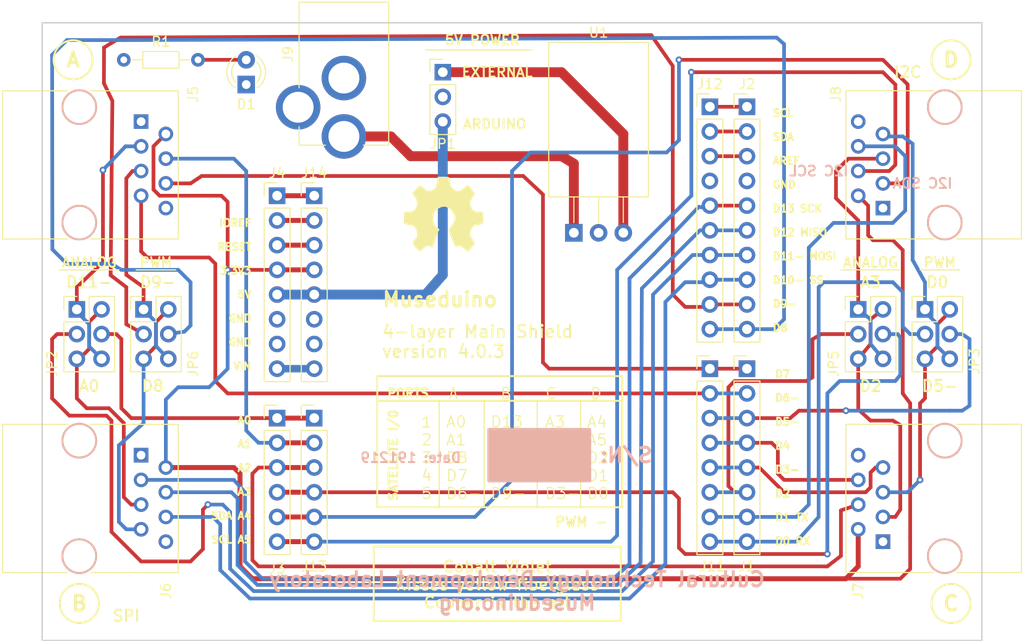
<source format=kicad_pcb>
(kicad_pcb (version 20211014) (generator pcbnew)
  (title_block (title "Museduioon v3.1 _I2C") (date "2018-01-02") (rev "Rev 1.0") (company "Cultural Technology Development Lab") (comment 1 "Design/.Layout - S. Cohen") (comment 2 "Move I2C data and clock to (C)"))
  (layers (0 "F.Cu" signal) (1 "In1.Cu" power) (2 "In2.Cu" power) (31 "B.Cu" signal) (34 "B.Paste" user) (35 "F.Paste" user) (36 "B.SilkS" user "B.Silkscreen") (37 "F.SilkS" user "F.Silkscreen") (38 "B.Mask" user) (39 "F.Mask" user) (44 "Edge.Cuts" user))
  (net 0 "")
  (net 1 "GND")
  (net 2 "Net-(D1-Pad2)")
  (net 3 "+5V-ARD")
  (net 4 "+3V3")
  (net 5 "Net-(J9-Pad1)")
  (net 6 "+5V")
  (net 7 "+5V_REG")
  (net 8 "D7")
  (net 9 "D6")
  (net 10 "D5")
  (net 11 "D4")
  (net 12 "D3")
  (net 13 "D2")
  (net 14 "D1")
  (net 15 "D0")
  (net 16 "AREF")
  (net 17 "D13")
  (net 18 "D12")
  (net 19 "D11")
  (net 20 "D10")
  (net 21 "D9")
  (net 22 "D8")
  (net 23 "A0")
  (net 24 "A1")
  (net 25 "A2")
  (net 26 "A3")
  (net 27 "J4-1")
  (net 28 "IO-REF")
  (net 29 "RST")
  (net 30 "J5-5")
  (net 31 "J6-7")
  (net 32 "Vin")
  (net 33 "J8-5")
  (net 34 "J2-1")
  (net 35 "J2-2")
  (net 36 "A4_SDA")
  (net 37 "A5_SCL")
  (net 38 "J5-3")
  (net 39 "J6-5")
  (net 40 "J7-3")
  (net 41 "J7-5")
  (net 42 "J8-7")
  (footprint "Pin_Headers:Pin_Header_Straight_1x08_Pitch2.54mm" (layer "F.Cu") (at 97.79 60.96)
    (fp_text reference "J1")
    (fp_text value "CONN_01X08" hide)
  )
  (footprint "Pin_Headers:Pin_Header_Straight_1x10_Pitch2.54mm" (layer "F.Cu") (at 97.79 34.036)
    (fp_text reference "J2")
    (fp_text value "CONN_01X10" hide)
  )
  (footprint "Pin_Headers:Pin_Header_Straight_1x06_Pitch2.54mm" (layer "F.Cu") (at 49.53 66.04)
    (fp_text reference "J3")
    (fp_text value "CONN_01X06" hide)
  )
  (footprint "Pin_Headers:Pin_Header_Straight_1x08_Pitch2.54mm" (layer "F.Cu") (at 49.53 43.18)
    (fp_text reference "J4")
    (fp_text value "CONN_01X08" hide)
  )
  (footprint "Connect:RJ45_8" (layer "F.Cu") (at 35.56 35.56 -90)
    (fp_text reference "J5")
    (fp_text value "CONN_01X08")
  )
  (footprint "Connect:RJ45_8" (layer "F.Cu") (at 111.76 44.45 90)
    (fp_text reference "J8")
    (fp_text value "CONN_01X08")
  )
  (footprint "Connectors:RJ45_8" (layer "F.Cu") (at 111.76 78.74 90)
    (fp_text reference "J7")
    (fp_text value "CONN_01X08")
  )
  (footprint "Connect:RJ45_8" (layer "F.Cu") (at 35.56 69.85 -90)
    (fp_text reference "J6")
    (fp_text value "CONN_01X08")
  )
  (footprint "LEDs:LED_D3.0mm" (layer "F.Cu") (at 46.355 31.75 90)
    (fp_text reference "D1")
    (fp_text value "LED")
  )
  (footprint "KiCAD_Muse:BARREL_JACK_RND" (layer "F.Cu") (at 56.388 37.084 -90)
    (fp_text reference "J9")
    (fp_text value "BARREL_JACK")
  )
  (footprint "Resistors_THT:R_Axial_DIN0204_L3.6mm_D1.6mm_P7.62mm_Horizontal" (layer "F.Cu") (at 33.782 29.21)
    (fp_text reference "R1")
    (fp_text value "470")
  )
  (footprint "TO_SOT_Packages_THT:TO-220_Horizontal" (layer "F.Cu") (at 80.01 46.99)
    (fp_text reference "U1")
    (fp_text value "LM7805CT")
  )
  (footprint "Pin_Headers:Pin_Header_Straight_1x03_Pitch2.54mm" (layer "F.Cu") (at 66.548 30.48)
    (fp_text reference "JP1")
    (fp_text value "CONN_01X03")
  )
  (footprint "Pin_Headers:Pin_Header_Straight_2x03_Pitch2.54mm" (layer "F.Cu") (at 109.22 54.864)
    (fp_text reference "JP5")
    (fp_text value "CONN_02X03")
  )
  (footprint "Pin_Headers:Pin_Header_Straight_2x03_Pitch2.54mm" (layer "F.Cu") (at 35.814 54.864)
    (fp_text reference "JP6")
    (fp_text value "CONN_02X03")
  )
  (footprint "Pin_Headers:Pin_Header_Straight_1x08_Pitch2.54mm" (layer "F.Cu") (at 93.98 60.96)
    (fp_text reference "J11")
    (fp_text value "CONN_01X08" hide)
  )
  (footprint "Pin_Headers:Pin_Header_Straight_1x10_Pitch2.54mm" (layer "F.Cu") (at 93.98 34.036)
    (fp_text reference "J12")
    (fp_text value "CONN_01X10" hide)
  )
  (footprint "Pin_Headers:Pin_Header_Straight_1x06_Pitch2.54mm" (layer "F.Cu") (at 53.34 66.04)
    (fp_text reference "J13")
    (fp_text value "CONN_01X06" hide)
  )
  (footprint "Pin_Headers:Pin_Header_Straight_1x08_Pitch2.54mm" (layer "F.Cu") (at 53.34 43.18)
    (fp_text reference "J14")
    (fp_text value "CONN_01X08" hide)
  )
  (footprint "KiCAD_Muse:open_hdwe_rev" (layer "F.Cu") (at 66.548 44.958)
    (fp_text reference "G***" hide)
    (fp_text value "LOGO" hide)
  )
  (footprint "Pin_Headers:Pin_Header_Straight_2x03_Pitch2.54mm" (layer "F.Cu") (at 28.956 54.864)
    (fp_text reference "JP2")
    (fp_text value "CONN_02X03")
  )
  (footprint "Pin_Headers:Pin_Header_Straight_2x03_Pitch2.54mm" (layer "F.Cu") (at 116.078 54.864)
    (fp_text reference "JP3")
    (fp_text value "CONN_02X03")
  )
  (gr_circle (center 118.745 85.09) (end 116.84 85.725) (layer "F.SilkS") (width 0.2) (fill none))
  (gr_circle (center 28.575 29.21) (end 26.67 29.845) (layer "F.SilkS") (width 0.2) (fill none))
  (gr_circle (center 29.21 85.09) (end 27.305 85.725) (layer "F.SilkS") (width 0.2) (fill none))
  (gr_circle (center 118.745 29.21) (end 116.84 29.845) (layer "F.SilkS") (width 0.2) (fill none))
  (gr_line (start 59.902 64.262) (end 84.978 64.262) (layer "F.SilkS") (width 0.2))
  (gr_line (start 66.167 64.404) (end 66.167 75.184) (layer "F.SilkS") (width 0.127))
  (gr_line (start 70.802 64.404) (end 70.802 75.184) (layer "F.SilkS") (width 0.127))
  (gr_line (start 76.248 64.404) (end 76.248 75.184) (layer "F.SilkS") (width 0.127))
  (gr_line (start 80.702 64.404) (end 80.702 75.184) (layer "F.SilkS") (width 0.127))
  (gr_line (start 59.902 75.204) (end 84.978 75.204) (layer "F.SilkS") (width 0.2))
  (gr_line (start 59.902 61.722) (end 84.978 61.722) (layer "F.SilkS") (width 0.2))
  (gr_line (start 59.817 61.722) (end 59.817 75.184) (layer "F.SilkS") (width 0.2))
  (gr_line (start 84.978 61.722) (end 84.978 75.184) (layer "F.SilkS") (width 0.2))
  (gr_line (start 59.451 79.236) (end 59.451 86.856) (layer "F.SilkS") (width 0.2))
  (gr_line (start 59.436 86.868) (end 84.836 86.868) (layer "F.SilkS") (width 0.2))
  (gr_line (start 84.826 79.236) (end 84.826 86.856) (layer "F.SilkS") (width 0.2))
  (gr_line (start 35.052 50.8) (end 39.116 50.8) (layer "F.SilkS") (width 0.127))
  (gr_line (start 33.274 50.8) (end 27.178 50.8) (layer "F.SilkS") (width 0.127))
  (gr_line (start 59.436 79.248) (end 84.836 79.248) (layer "F.SilkS") (width 0.2))
  (gr_line (start 115.57 50.8) (end 119.634 50.8) (layer "F.SilkS") (width 0.127))
  (gr_line (start 64.77 28.194) (end 75.692 28.194) (layer "F.SilkS") (width 0.127))
  (gr_line (start 113.538 50.8) (end 107.442 50.8) (layer "F.SilkS") (width 0.127))
  (gr_line (start 25.4 87.63) (end 25.4 88.9) (layer "Edge.Cuts") (width 0.15))
  (gr_line (start 71.12 25.4) (end 121.92 25.4) (layer "Edge.Cuts") (width 0.15))
  (gr_line (start 121.92 25.4) (end 121.92 88.9) (layer "Edge.Cuts") (width 0.15))
  (gr_line (start 25.4 88.9) (end 102.87 88.9) (layer "Edge.Cuts") (width 0.15))
  (gr_line (start 71.12 25.4) (end 25.4 25.4) (layer "Edge.Cuts") (width 0.15))
  (gr_line (start 25.4 25.4) (end 25.4 87.63) (layer "Edge.Cuts") (width 0.15))
  (gr_line (start 121.92 88.9) (end 102.87 88.9) (layer "Edge.Cuts") (width 0.15))
  (gr_text "S/N: " (at 84.836 69.85) (layer "B.SilkS") (effects (font (size 1.5 1.5) (thickness 0.3)) (justify mirror)))
  (gr_text "Date: 191219" (at 63.246 70.104) (layer "B.SilkS") (effects (font (size 1 1) (thickness 0.2)) (justify mirror)))
  (gr_text "I2C SDA" (at 115.824 41.91) (layer "B.SilkS") (effects (font (size 1.016 1.016) (thickness 0.2032)) (justify mirror)))
  (gr_text "I2C SCL" (at 105.156 40.64) (layer "B.SilkS") (effects (font (size 1.016 1.016) (thickness 0.2032)) (justify mirror)))
  (gr_text "Cultural Technology Development Laboratory\nMuseduino.org" (at 74.168 83.82) (layer "B.SilkS") (effects (font (size 1.5 1.5) (thickness 0.3)) (justify mirror)))
  (gr_text "C" (at 118.745 85.09) (layer "F.SilkS") (effects (font (size 1.5 1.5) (thickness 0.3))))
  (gr_text "ANALOG" (at 110.49 50.038) (layer "F.SilkS") (effects (font (size 1 1) (thickness 0.1905))))
  (gr_text "I2C" (at 114.3 30.48) (layer "F.SilkS") (effects (font (size 1.143 1.143) (thickness 0.2032))))
  (gr_text "D5-" (at 117.602 62.738) (layer "F.SilkS") (effects (font (size 1.143 1.143) (thickness 0.2032))))
  (gr_text " D9-\n" (at 36.83 52.07) (layer "F.SilkS") (effects (font (size 1.143 1.143) (thickness 0.2032))))
  (gr_text " D8\n" (at 36.322 62.738) (layer "F.SilkS") (effects (font (size 1.143 1.143) (thickness 0.2032))))
  (gr_text "Museduino" (at 60.198 53.848) (layer "F.SilkS") (effects (font (size 1.5 1.5) (thickness 0.3)) (justify left)))
  (gr_text "PWM -" (at 80.772 76.708) (layer "F.SilkS") (effects (font (size 1.016 1.016) (thickness 0.2032))))
  (gr_text "PWM" (at 117.602 50.038) (layer "F.SilkS") (effects (font (size 1 1) (thickness 0.1905))))
  (gr_text "D2" (at 110.49 62.738) (layer "F.SilkS") (effects (font (size 1.143 1.143) (thickness 0.2032))))
  (gr_text "A4\nA5\nD2\nD1\nD0" (at 81.28 70.104) (layer "F.SilkS") (effects (font (size 1.143 1.143) (thickness 0.127)) (justify left)))
  (gr_text "SATELLITE I/0" (at 61.468 69.85 90) (layer "F.SilkS") (effects (font (size 0.889 0.889) (thickness 0.22225))))
  (gr_text "D" (at 118.745 29.21) (layer "F.SilkS") (effects (font (size 1.5 1.5) (thickness 0.3))))
  (gr_text "A0 \nA1\nD8\nD7\nD6-" (at 66.802 70.104) (layer "F.SilkS") (effects (font (size 1.143 1.143) (thickness 0.127)) (justify left)))
  (gr_text "B" (at 29.21 85.09) (layer "F.SilkS") (effects (font (size 1.5 1.5) (thickness 0.3))))
  (gr_text "D7\n\nD6-\n\nD5-\n\nD4\n\nD3-\n\nD2 \n\nD1 TX\n\nD0 RX" (at 100.584 70.104) (layer "F.SilkS") (effects (font (size 0.762 0.762) (thickness 0.1905)) (justify left)))
  (gr_text "ARDUINO" (at 71.882 35.814) (layer "F.SilkS") (effects (font (size 1 1) (thickness 0.2032))))
  (gr_text "PORTS" (at 62.992 63.484) (layer "F.SilkS") (effects (font (size 0.889 0.889) (thickness 0.22225))))
  (gr_text "EXTERNAL" (at 72.136 30.48) (layer "F.SilkS") (effects (font (size 1 1) (thickness 0.2032))))
  (gr_text "A3\nA2\nD5-\nD4\nD3-" (at 76.962 70.104) (layer "F.SilkS") (effects (font (size 1.143 1.143) (thickness 0.127)) (justify left)))
  (gr_text "D11-" (at 30.226 52.07) (layer "F.SilkS") (effects (font (size 1.143 1.143) (thickness 0.2032))))
  (gr_text "ANALOG" (at 30.226 50.038) (layer "F.SilkS") (effects (font (size 1 1) (thickness 0.1905))))
  (gr_text "A0" (at 30.226 62.738) (layer "F.SilkS") (effects (font (size 1.143 1.143) (thickness 0.2032))))
  (gr_text "D0" (at 117.348 52.07) (layer "F.SilkS") (effects (font (size 1.143 1.143) (thickness 0.2032))))
  (gr_text "1\n2\n3\n4\n5" (at 64.262 70.104) (layer "F.SilkS") (effects (font (size 1.143 1.143) (thickness 0.127)) (justify left)))
  (gr_text "IOREF\n\nRESET\n\n3.3V3\n\n5V\n\nGND\n\nGND\n\nVIN" (at 46.99 53.34) (layer "F.SilkS") (effects (font (size 0.762 0.762) (thickness 0.1905)) (justify right)))
  (gr_text "SPI" (at 34.036 86.36) (layer "F.SilkS") (effects (font (size 1.143 1.143) (thickness 0.2032))))
  (gr_text "A0\n\nA1\n\nA2\n\nA3\n\nSDA A4\n\nSCL A5" (at 46.99 72.39) (layer "F.SilkS") (effects (font (size 0.762 0.762) (thickness 0.1905)) (justify right)))
  (gr_text "PWM" (at 37.084 50.038) (layer "F.SilkS") (effects (font (size 1 1) (thickness 0.1905))))
  (gr_text "5V POWER" (at 70.612 27.178) (layer "F.SilkS") (effects (font (size 1 1) (thickness 0.2))))
  (gr_text "4-layer Main Shield\nversion 4.0.3\n" (at 60.198 58.166) (layer "F.SilkS") (effects (font (size 1.27 1.27) (thickness 0.2032)) (justify left)))
  (gr_text "A3" (at 110.49 52.07) (layer "F.SilkS") (effects (font (size 1.143 1.143) (thickness 0.2032))))
  (gr_text "A     B    C    D" (at 67.056 63.5) (layer "F.SilkS") (effects (font (size 1.143 1.143) (thickness 0.127)) (justify left)))
  (gr_text "A" (at 28.575 29.21) (layer "F.SilkS") (effects (font (size 1.5 1.5) (thickness 0.3))))
  (gr_text "Cobalt Violet\nKisses yellow fiberglass\nCopper is the art\n\n" (at 72.136 84.074) (layer "F.SilkS") (effects (font (size 1.143 1.143) (thickness 0.2032))))
  (gr_text "D13 \nD12\nD11-\nD10-\nD9-" (at 71.374 70.104) (layer "F.SilkS") (effects (font (size 1.143 1.143) (thickness 0.127)) (justify left)))
  (gr_text "SCL\n\nSDA\n\nAREF\n\nGND\n\nD13 SCK\n\nD12 MISO\n\nD11- MOSI\n\nD10- SS\n\nD9-\n\nD8" (at 100.33 45.72) (layer "F.SilkS") (effects (font (size 0.762 0.762) (thickness 0.1905)) (justify left)))
  (segment (start 41.402 29.21) (end 46.355 29.21) (width 0.381) (layer "F.Cu") (net 2))
  (segment (start 64.77 53.34) (end 66.548 51.308) (width 1.016) (layer "B.Cu") (net 3))
  (segment (start 66.548 51.308) (end 66.548 35.814) (width 1.016) (layer "B.Cu") (net 3))
  (segment (start 49.53 53.34) (end 53.34 53.34) (width 1.016) (layer "B.Cu") (net 3))
  (segment (start 53.34 53.34) (end 64.77 53.34) (width 1.016) (layer "B.Cu") (net 3))
  (segment (start 114.554 64.516) (end 114.554 78.232) (width 0.381) (layer "F.Cu") (net 4))
  (segment (start 114.554 81.534) (end 113.538 82.55) (width 0.381) (layer "F.Cu") (net 4))
  (segment (start 107.95 82.55) (end 113.538 82.55) (width 0.381) (layer "F.Cu") (net 4))
  (segment (start 46.99 82.55) (end 45.72 81.28) (width 0.508) (layer "F.Cu") (net 4))
  (segment (start 45.72 81.28) (end 45.72 71.755) (width 0.508) (layer "F.Cu") (net 4))
  (segment (start 45.72 71.755) (end 45.085 71.12) (width 0.508) (layer "F.Cu") (net 4))
  (segment (start 45.085 71.12) (end 38.1 71.12) (width 0.508) (layer "F.Cu") (net 4))
  (segment (start 114.554 78.232) (end 114.554 81.534) (width 0.381) (layer "F.Cu") (net 4))
  (segment (start 113.792 63.5) (end 113.792 48.768) (width 0.381) (layer "F.Cu") (net 4))
  (segment (start 44.45 43.815) (end 43.815 43.18) (width 0.381) (layer "F.Cu") (net 4))
  (segment (start 43.815 43.18) (end 37.465 43.18) (width 0.381) (layer "F.Cu") (net 4))
  (segment (start 37.465 43.18) (end 36.83 42.545) (width 0.381) (layer "F.Cu") (net 4))
  (segment (start 36.83 42.545) (end 36.83 38.1) (width 0.381) (layer "F.Cu") (net 4))
  (segment (start 36.83 38.1) (end 38.1 36.83) (width 0.381) (layer "F.Cu") (net 4))
  (segment (start 109.22 81.28) (end 107.95 82.55) (width 0.508) (layer "F.Cu") (net 4))
  (segment (start 107.95 82.55) (end 46.99 82.55) (width 0.508) (layer "F.Cu") (net 4))
  (segment (start 112.776 47.752) (end 110.744 47.752) (width 0.381) (layer "F.Cu") (net 4))
  (segment (start 110.744 47.752) (end 110.236 47.244) (width 0.381) (layer "F.Cu") (net 4))
  (segment (start 110.236 47.244) (end 110.236 44.196) (width 0.381) (layer "F.Cu") (net 4))
  (segment (start 110.236 44.196) (end 109.22 43.18) (width 0.381) (layer "F.Cu") (net 4))
  (segment (start 53.34 50.8) (end 49.53 50.8) (width 0.508) (layer "F.Cu") (net 4))
  (segment (start 44.45 50.8) (end 44.45 43.815) (width 0.381) (layer "F.Cu") (net 4))
  (segment (start 113.792 48.768) (end 112.776 47.752) (width 0.381) (layer "F.Cu") (net 4))
  (segment (start 114.554 64.516) (end 113.792 63.5) (width 0.381) (layer "F.Cu") (net 4))
  (segment (start 49.53 50.8) (end 44.45 50.8) (width 0.381) (layer "F.Cu") (net 4))
  (segment (start 109.22 77.47) (end 109.22 81.28) (width 0.508) (layer "F.Cu") (net 4))
  (via (at 44.45 50.8) (size 0.6858) (drill 0.3302) (layers "F.Cu" "B.Cu") (net 4))
  (segment (start 44.45 50.8) (end 44.45 60.96) (width 0.381) (layer "B.Cu") (net 4))
  (segment (start 39.37 62.865) (end 38.1 64.135) (width 0.381) (layer "B.Cu") (net 4))
  (segment (start 38.1 64.135) (end 38.1 71.12) (width 0.381) (layer "B.Cu") (net 4))
  (segment (start 44.45 60.96) (end 42.545 62.865) (width 0.381) (layer "B.Cu") (net 4))
  (segment (start 42.545 62.865) (end 39.37 62.865) (width 0.381) (layer "B.Cu") (net 4))
  (segment (start 61.214 37.084) (end 63.246 39.116) (width 1.016) (layer "F.Cu") (net 5))
  (segment (start 63.246 39.116) (end 78.74 39.116) (width 1.016) (layer "F.Cu") (net 5))
  (segment (start 78.74 39.116) (end 80.01 39.878) (width 1.016) (layer "F.Cu") (net 5))
  (segment (start 80.01 39.878) (end 80.01 46.99) (width 1.016) (layer "F.Cu") (net 5))
  (segment (start 56.388 37.084) (end 61.214 37.084) (width 1.016) (layer "F.Cu") (net 5))
  (segment (start 78.74 30.48) (end 85.09 36.83) (width 1.016) (layer "F.Cu") (net 7))
  (segment (start 85.09 36.83) (end 85.09 46.99) (width 1.016) (layer "F.Cu") (net 7))
  (segment (start 66.548 30.48) (end 78.74 30.48) (width 1.016) (layer "F.Cu") (net 7))
  (segment (start 40.64 41.91) (end 41.783 41.148) (width 0.381) (layer "F.Cu") (net 8))
  (segment (start 41.783 41.148) (end 74.803 41.148) (width 0.381) (layer "F.Cu") (net 8))
  (segment (start 74.803 41.148) (end 76.835 43.053) (width 0.381) (layer "F.Cu") (net 8))
  (segment (start 76.835 43.053) (end 76.835 60.325) (width 0.381) (layer "F.Cu") (net 8))
  (segment (start 77.47 60.96) (end 93.98 60.96) (width 0.381) (layer "F.Cu") (net 8))
  (segment (start 93.98 60.96) (end 97.79 60.96) (width 0.381) (layer "F.Cu") (net 8))
  (segment (start 38.1 41.91) (end 40.64 41.91) (width 0.381) (layer "F.Cu") (net 8))
  (segment (start 76.835 60.325) (end 77.47 60.96) (width 0.381) (layer "F.Cu") (net 8))
  (segment (start 35.56 48.895) (end 36.195 49.53) (width 0.381) (layer "F.Cu") (net 9))
  (segment (start 36.195 49.53) (end 42.545 49.53) (width 0.381) (layer "F.Cu") (net 9))
  (segment (start 42.545 49.53) (end 43.18 50.165) (width 0.381) (layer "F.Cu") (net 9))
  (segment (start 43.18 50.165) (end 43.18 62.23) (width 0.381) (layer "F.Cu") (net 9))
  (segment (start 43.18 62.23) (end 44.45 63.5) (width 0.381) (layer "F.Cu") (net 9))
  (segment (start 44.45 63.5) (end 93.98 63.5) (width 0.381) (layer "F.Cu") (net 9))
  (segment (start 35.56 43.18) (end 35.56 48.895) (width 0.381) (layer "F.Cu") (net 9))
  (segment (start 93.98 63.5) (end 97.79 63.5) (width 0.381) (layer "B.Cu") (net 9))
  (segment (start 102.235 66.04) (end 103.124 65.278) (width 0.381) (layer "F.Cu") (net 10))
  (segment (start 103.124 65.278) (end 106.68 65.278) (width 0.381) (layer "F.Cu") (net 10))
  (segment (start 106.68 65.278) (end 107.95 65.278) (width 0.381) (layer "F.Cu") (net 10))
  (segment (start 97.79 66.04) (end 102.235 66.04) (width 0.381) (layer "F.Cu") (net 10))
  (via (at 107.95 65.278) (size 0.6858) (drill 0.3302) (layers "F.Cu" "B.Cu") (net 10))
  (segment (start 107.95 65.278) (end 118.618 65.278) (width 0.381) (layer "B.Cu") (net 10))
  (segment (start 118.618 65.278) (end 119.888 65.278) (width 0.381) (layer "B.Cu") (net 10))
  (segment (start 119.888 65.278) (end 120.65 64.77) (width 0.381) (layer "B.Cu") (net 10))
  (segment (start 120.65 64.77) (end 120.65 57.912) (width 0.381) (layer "B.Cu") (net 10))
  (segment (start 120.65 57.912) (end 119.888 57.404) (width 0.381) (layer "B.Cu") (net 10))
  (segment (start 119.888 57.404) (end 118.618 57.404) (width 0.381) (layer "B.Cu") (net 10))
  (segment (start 93.98 66.04) (end 97.79 66.04) (width 0.381) (layer "B.Cu") (net 10))
  (segment (start 100.33 68.58) (end 100.965 69.215) (width 0.381) (layer "F.Cu") (net 11))
  (segment (start 100.965 69.215) (end 100.965 71.755) (width 0.381) (layer "F.Cu") (net 11))
  (segment (start 100.965 71.755) (end 101.6 72.39) (width 0.381) (layer "F.Cu") (net 11))
  (segment (start 101.6 72.39) (end 109.22 72.39) (width 0.381) (layer "F.Cu") (net 11))
  (segment (start 97.79 68.58) (end 100.33 68.58) (width 0.381) (layer "F.Cu") (net 11))
  (segment (start 93.98 68.58) (end 97.79 68.58) (width 0.381) (layer "B.Cu") (net 11))
  (segment (start 99.06 71.12) (end 99.06 71.12) (width 0.381) (layer "F.Cu") (net 12))
  (segment (start 99.06 71.12) (end 101.6 73.66) (width 0.381) (layer "F.Cu") (net 12))
  (segment (start 101.6 73.66) (end 107.95 73.66) (width 0.381) (layer "F.Cu") (net 12))
  (segment (start 109.982 73.66) (end 110.49 73.152) (width 0.381) (layer "F.Cu") (net 12))
  (segment (start 110.49 73.152) (end 110.49 72.39) (width 0.381) (layer "F.Cu") (net 12))
  (segment (start 110.49 72.39) (end 110.49 71.628) (width 0.381) (layer "F.Cu") (net 12))
  (segment (start 110.49 71.628) (end 110.998 71.12) (width 0.381) (layer "F.Cu") (net 12))
  (segment (start 110.998 71.12) (end 111.76 71.12) (width 0.381) (layer "F.Cu") (net 12))
  (segment (start 97.79 71.12) (end 99.06 71.12) (width 0.381) (layer "F.Cu") (net 12))
  (segment (start 107.95 73.66) (end 109.982 73.66) (width 0.381) (layer "F.Cu") (net 12))
  (segment (start 93.98 71.12) (end 97.79 71.12) (width 0.381) (layer "B.Cu") (net 12))
  (segment (start 95.885 70.485) (end 95.885 62.865) (width 0.381) (layer "F.Cu") (net 13))
  (segment (start 95.885 62.865) (end 96.52 62.23) (width 0.381) (layer "F.Cu") (net 13))
  (segment (start 96.52 62.23) (end 103.886 62.23) (width 0.381) (layer "F.Cu") (net 13))
  (segment (start 103.886 62.23) (end 104.521 61.849) (width 0.381) (layer "F.Cu") (net 13))
  (segment (start 104.521 61.849) (end 104.521 57.9374) (width 0.381) (layer "F.Cu") (net 13))
  (segment (start 104.521 57.9374) (end 105.41 57.404) (width 0.381) (layer "F.Cu") (net 13))
  (segment (start 109.22 57.404) (end 105.41 57.404) (width 0.381) (layer "F.Cu") (net 13))
  (segment (start 96.52 73.66) (end 97.79 73.66) (width 0.1524) (layer "F.Cu") (net 13))
  (segment (start 95.885 73.025) (end 96.52 73.66) (width 0.381) (layer "F.Cu") (net 13))
  (segment (start 96.52 73.66) (end 97.79 73.66) (width 0.381) (layer "F.Cu") (net 13))
  (segment (start 95.885 70.485) (end 95.885 73.025) (width 0.381) (layer "F.Cu") (net 13))
  (segment (start 93.98 73.66) (end 97.79 73.66) (width 0.381) (layer "B.Cu") (net 13))
  (segment (start 97.79 76.2) (end 93.98 76.2) (width 0.381) (layer "B.Cu") (net 14))
  (segment (start 104.14 72.39) (end 104.14 48.514) (width 0.381) (layer "B.Cu") (net 14))
  (segment (start 106.68 45.974) (end 112.776 45.974) (width 0.381) (layer "B.Cu") (net 14))
  (segment (start 112.776 45.974) (end 114.046 44.704) (width 0.381) (layer "B.Cu") (net 14))
  (segment (start 114.046 44.704) (end 114.046 39.116) (width 0.381) (layer "B.Cu") (net 14))
  (segment (start 114.046 39.116) (end 113.03 38.1) (width 0.381) (layer "B.Cu") (net 14))
  (segment (start 113.03 38.1) (end 109.22 38.1) (width 0.381) (layer "B.Cu") (net 14))
  (segment (start 102.87 76.2) (end 104.14 74.93) (width 0.381) (layer "B.Cu") (net 14))
  (segment (start 104.14 74.93) (end 104.14 72.39) (width 0.381) (layer "B.Cu") (net 14))
  (segment (start 97.79 76.2) (end 102.87 76.2) (width 0.381) (layer "B.Cu") (net 14))
  (segment (start 104.14 48.514) (end 106.68 45.974) (width 0.381) (layer "B.Cu") (net 14))
  (segment (start 93.98 78.74) (end 97.79 78.74) (width 0.381) (layer "B.Cu") (net 15))
  (segment (start 105.156 72.39) (end 105.156 72.136) (width 0.381) (layer "B.Cu") (net 15))
  (segment (start 105.156 72.136) (end 105.156 52.832) (width 0.381) (layer "B.Cu") (net 15))
  (segment (start 105.156 76.207017) (end 105.092851 76.270166) (width 0.381) (layer "B.Cu") (net 15))
  (segment (start 105.156 52.578) (end 105.664 52.07) (width 0.381) (layer "B.Cu") (net 15))
  (segment (start 105.664 52.07) (end 112.776 52.07) (width 0.381) (layer "B.Cu") (net 15))
  (segment (start 113.792 56.642) (end 114.554 57.404) (width 0.381) (layer "B.Cu") (net 15))
  (segment (start 116.078 57.404) (end 114.554 57.404) (width 0.381) (layer "B.Cu") (net 15))
  (segment (start 112.776 52.07) (end 112.903 52.197) (width 0.381) (layer "B.Cu") (net 15))
  (segment (start 113.792 53.086) (end 113.792 56.642) (width 0.381) (layer "B.Cu") (net 15))
  (segment (start 105.156 72.39) (end 105.156 76.207017) (width 0.381) (layer "B.Cu") (net 15))
  (segment (start 116.078 57.404) (end 115.316 57.404) (width 0.381) (layer "B.Cu") (net 15))
  (segment (start 97.79 78.74) (end 102.87 78.74) (width 0.381) (layer "B.Cu") (net 15))
  (segment (start 113.792 53.086) (end 112.776 52.07) (width 0.381) (layer "B.Cu") (net 15))
  (segment (start 105.156 52.832) (end 105.156 52.578) (width 0.381) (layer "B.Cu") (net 15))
  (segment (start 102.87 78.74) (end 105.092851 76.270166) (width 0.381) (layer "B.Cu") (net 15))
  (segment (start 93.98 39.116) (end 97.79 39.116) (width 0.381) (layer "F.Cu") (net 16))
  (segment (start 97.79 44.196) (end 93.98 44.196) (width 0.381) (layer "F.Cu") (net 17))
  (segment (start 97.79 44.196) (end 98.044 44.45) (width 0.381) (layer "F.Cu") (net 17))
  (segment (start 45.085 72.39) (end 46.228 73.66) (width 0.381) (layer "B.Cu") (net 17))
  (segment (start 46.228 73.66) (end 46.228 80.772) (width 0.381) (layer "B.Cu") (net 17))
  (segment (start 46.228 80.772) (end 48.006 82.55) (width 0.381) (layer "B.Cu") (net 17))
  (segment (start 48.006 82.55) (end 84.074 82.55) (width 0.381) (layer "B.Cu") (net 17))
  (segment (start 84.074 82.55) (end 85.725 81.026) (width 0.381) (layer "B.Cu") (net 17))
  (segment (start 85.725 81.026) (end 85.725 52.07) (width 0.381) (layer "B.Cu") (net 17))
  (segment (start 93.726 44.45) (end 93.98 44.196) (width 0.381) (layer "B.Cu") (net 17))
  (segment (start 88.265 49.149) (end 92.837 44.323) (width 0.381) (layer "B.Cu") (net 17))
  (segment (start 92.837 44.323) (end 93.726 44.45) (width 0.381) (layer "B.Cu") (net 17))
  (segment (start 85.725 51.689) (end 88.265 49.149) (width 0.381) (layer "B.Cu") (net 17))
  (segment (start 85.725 52.07) (end 85.725 51.689) (width 0.381) (layer "B.Cu") (net 17))
  (segment (start 35.56 72.39) (end 45.085 72.39) (width 0.381) (layer "B.Cu") (net 17))
  (segment (start 97.79 46.736) (end 93.98 46.736) (width 0.381) (layer "B.Cu") (net 18))
  (segment (start 43.815 73.66) (end 44.45 73.66) (width 0.381) (layer "B.Cu") (net 18))
  (segment (start 44.45 73.66) (end 44.831 73.66) (width 0.381) (layer "B.Cu") (net 18))
  (segment (start 44.831 73.66) (end 45.466 74.295) (width 0.381) (layer "B.Cu") (net 18))
  (segment (start 45.466 74.295) (end 45.466 81.153) (width 0.381) (layer "B.Cu") (net 18))
  (segment (start 45.466 81.153) (end 47.498 83.185) (width 0.381) (layer "B.Cu") (net 18))
  (segment (start 47.498 83.185) (end 84.455 83.185) (width 0.381) (layer "B.Cu") (net 18))
  (segment (start 84.455 83.185) (end 86.868 80.899) (width 0.381) (layer "B.Cu") (net 18))
  (segment (start 86.868 80.899) (end 86.995 52.705) (width 0.381) (layer "B.Cu") (net 18))
  (segment (start 86.995 52.705) (end 89.535 50.165) (width 0.381) (layer "B.Cu") (net 18))
  (segment (start 92.964 46.736) (end 93.98 46.736) (width 0.381) (layer "B.Cu") (net 18))
  (segment (start 89.535 50.165) (end 92.964 46.736) (width 0.381) (layer "B.Cu") (net 18))
  (segment (start 38.1 73.66) (end 43.815 73.66) (width 0.381) (layer "B.Cu") (net 18))
  (segment (start 26.924 57.404) (end 26.416 57.912) (width 0.381) (layer "F.Cu") (net 19))
  (segment (start 26.416 57.912) (end 26.416 64.008) (width 0.381) (layer "F.Cu") (net 19))
  (segment (start 26.416 64.008) (end 28.194 65.786) (width 0.381) (layer "F.Cu") (net 19))
  (segment (start 28.194 65.786) (end 32.004 65.786) (width 0.381) (layer "F.Cu") (net 19))
  (segment (start 32.004 65.786) (end 32.512 66.294) (width 0.381) (layer "F.Cu") (net 19))
  (segment (start 32.512 77.724) (end 35.56 80.772) (width 0.381) (layer "F.Cu") (net 19))
  (segment (start 35.56 80.772) (end 40.64 80.772) (width 0.381) (layer "F.Cu") (net 19))
  (segment (start 40.64 80.772) (end 41.91 79.502) (width 0.381) (layer "F.Cu") (net 19))
  (segment (start 41.91 79.502) (end 41.91 75.438) (width 0.381) (layer "F.Cu") (net 19))
  (segment (start 41.91 75.438) (end 42.418 74.93) (width 0.381) (layer "F.Cu") (net 19))
  (segment (start 32.512 66.294) (end 32.512 77.724) (width 0.381) (layer "F.Cu") (net 19))
  (segment (start 28.956 57.404) (end 26.924 57.404) (width 0.381) (layer "F.Cu") (net 19))
  (via (at 42.418 74.93) (size 0.6858) (drill 0.3302) (layers "F.Cu" "B.Cu") (net 19))
  (segment (start 97.79 49.276) (end 94.615 49.276) (width 0.381) (layer "B.Cu") (net 19))
  (segment (start 43.942 74.93) (end 44.704 75.692) (width 0.381) (layer "B.Cu") (net 19))
  (segment (start 44.704 75.692) (end 44.704 81.534) (width 0.381) (layer "B.Cu") (net 19))
  (segment (start 44.704 81.534) (end 47.117 83.82) (width 0.381) (layer "B.Cu") (net 19))
  (segment (start 47.117 83.82) (end 84.963 83.82) (width 0.381) (layer "B.Cu") (net 19))
  (segment (start 84.963 83.82) (end 88.138 80.772) (width 0.381) (layer "B.Cu") (net 19))
  (segment (start 88.138 80.772) (end 88.138 53.594) (width 0.381) (layer "B.Cu") (net 19))
  (segment (start 88.138 53.34) (end 92.202 49.276) (width 0.381) (layer "B.Cu") (net 19))
  (segment (start 92.202 49.276) (end 93.98 49.276) (width 0.381) (layer "B.Cu") (net 19))
  (segment (start 42.418 74.93) (end 43.942 74.93) (width 0.381) (layer "B.Cu") (net 19))
  (segment (start 88.138 53.594) (end 88.138 53.34) (width 0.381) (layer "B.Cu") (net 19))
  (segment (start 42.926 76.2) (end 43.688 76.962) (width 0.381) (layer "B.Cu") (net 20))
  (segment (start 43.688 76.962) (end 43.688 81.661) (width 0.381) (layer "B.Cu") (net 20))
  (segment (start 43.688 81.661) (end 46.736 84.582) (width 0.381) (layer "B.Cu") (net 20))
  (segment (start 46.736 84.582) (end 85.725 84.582) (width 0.381) (layer "B.Cu") (net 20))
  (segment (start 85.725 84.582) (end 89.408 81.026) (width 0.381) (layer "B.Cu") (net 20))
  (segment (start 89.408 81.026) (end 89.408 54.102) (width 0.381) (layer "B.Cu") (net 20))
  (segment (start 89.408 54.102) (end 91.44 52.07) (width 0.381) (layer "B.Cu") (net 20))
  (segment (start 91.44 52.07) (end 93.726 52.07) (width 0.381) (layer "B.Cu") (net 20))
  (segment (start 93.726 52.07) (end 93.98 51.816) (width 0.381) (layer "B.Cu") (net 20))
  (segment (start 93.98 51.816) (end 97.79 51.816) (width 0.381) (layer "B.Cu") (net 20))
  (segment (start 38.1 76.2) (end 42.926 76.2) (width 0.381) (layer "B.Cu") (net 20))
  (segment (start 33.44661 26.922034) (end 87.961869 26.670811) (width 0.381) (layer "F.Cu") (net 21))
  (segment (start 87.961869 26.670811) (end 90.17 29.845) (width 0.381) (layer "F.Cu") (net 21))
  (segment (start 90.17 29.845) (end 90.17 53.34) (width 0.381) (layer "F.Cu") (net 21))
  (segment (start 90.17 53.34) (end 91.44 54.61) (width 0.381) (layer "F.Cu") (net 21))
  (segment (start 93.726 54.61) (end 91.44 54.61) (width 0.381) (layer "F.Cu") (net 21))
  (segment (start 93.726 54.61) (end 93.98 54.356) (width 0.381) (layer "F.Cu") (net 21))
  (segment (start 93.98 54.356) (end 97.79 54.356) (width 0.381) (layer "F.Cu") (net 21))
  (segment (start 31.74 31.62) (end 31.75 27.94) (width 0.381) (layer "F.Cu") (net 21))
  (segment (start 31.75 27.94) (end 33.44661 26.922034) (width 0.381) (layer "F.Cu") (net 21))
  (segment (start 32.526 51.413372) (end 32.43 51.35) (width 0.381) (layer "F.Cu") (net 21))
  (segment (start 34.036 52.578) (end 34.036 56.388) (width 0.381) (layer "F.Cu") (net 21))
  (segment (start 34.036 56.388) (end 34.036 56.388) (width 0.381) (layer "F.Cu") (net 21))
  (segment (start 34.036 56.388) (end 35.814 57.404) (width 0.381) (layer "F.Cu") (net 21))
  (segment (start 32.43 51.35) (end 34.036 52.578) (width 0.381) (layer "F.Cu") (net 21))
  (segment (start 32.43 51.35) (end 32.604 33.424) (width 0.381) (layer "F.Cu") (net 21))
  (segment (start 32.604 33.424) (end 31.74 31.62) (width 0.381) (layer "F.Cu") (net 21))
  (segment (start 40.005 57.15) (end 40.64 56.515) (width 0.381) (layer "B.Cu") (net 22))
  (segment (start 40.64 56.515) (end 40.64 52.07) (width 0.381) (layer "B.Cu") (net 22))
  (segment (start 40.64 52.07) (end 39.37 50.8) (width 0.381) (layer "B.Cu") (net 22))
  (segment (start 39.37 50.8) (end 33.528 50.8) (width 0.381) (layer "B.Cu") (net 22))
  (segment (start 33.528 50.8) (end 32.67 50.28) (width 0.381) (layer "B.Cu") (net 22))
  (segment (start 100.838 26.924) (end 101.6 27.587956) (width 0.381) (layer "B.Cu") (net 22))
  (segment (start 93.599 56.515) (end 93.98 56.896) (width 0.381) (layer "B.Cu") (net 22))
  (segment (start 93.98 56.896) (end 97.79 56.896) (width 0.381) (layer "B.Cu") (net 22))
  (segment (start 93.599 56.515) (end 93.98 56.896) (width 0.381) (layer "B.Cu") (net 22))
  (segment (start 101.6 27.587956) (end 101.6 55.88) (width 0.381) (layer "B.Cu") (net 22))
  (segment (start 101.6 55.88) (end 100.584 56.896) (width 0.381) (layer "B.Cu") (net 22))
  (segment (start 100.584 56.896) (end 97.79 56.896) (width 0.381) (layer "B.Cu") (net 22))
  (segment (start 100.838 26.924) (end 33.782 27.178) (width 0.381) (layer "B.Cu") (net 22))
  (segment (start 33.782 27.178) (end 27.94 27.178) (width 0.381) (layer "B.Cu") (net 22))
  (segment (start 27.94 27.178) (end 26.41716 28.70142) (width 0.381) (layer "B.Cu") (net 22))
  (segment (start 26.41716 28.70142) (end 26.44 48.69) (width 0.381) (layer "B.Cu") (net 22))
  (segment (start 26.44 48.69) (end 27.93 50.18) (width 0.381) (layer "B.Cu") (net 22))
  (segment (start 27.93 50.18) (end 32.67 50.18) (width 0.381) (layer "B.Cu") (net 22))
  (segment (start 38.354 57.404) (end 40.005 57.15) (width 0.381) (layer "B.Cu") (net 22))
  (segment (start 32.67 50.28) (end 32.67 50.18) (width 0.381) (layer "B.Cu") (net 22))
  (segment (start 33.02 57.404) (end 33.528 57.912) (width 0.381) (layer "F.Cu") (net 23))
  (segment (start 33.528 57.912) (end 33.528 65.024) (width 0.381) (layer "F.Cu") (net 23))
  (segment (start 33.528 65.024) (end 34.544 66.04) (width 0.381) (layer "F.Cu") (net 23))
  (segment (start 34.544 66.04) (end 49.53 66.04) (width 0.381) (layer "F.Cu") (net 23))
  (segment (start 49.53 66.04) (end 49.53 66.04) (width 0.381) (layer "F.Cu") (net 23))
  (segment (start 53.34 66.04) (end 49.53 66.04) (width 0.508) (layer "F.Cu") (net 23))
  (segment (start 31.496 57.404) (end 33.02 57.404) (width 0.381) (layer "F.Cu") (net 23))
  (segment (start 53.34 68.58) (end 49.53 68.58) (width 0.508) (layer "F.Cu") (net 24))
  (segment (start 45.085 39.37) (end 46.355 40.64) (width 0.381) (layer "B.Cu") (net 24))
  (segment (start 46.355 40.64) (end 46.355 67.31) (width 0.381) (layer "B.Cu") (net 24))
  (segment (start 46.355 67.31) (end 47.625 68.58) (width 0.381) (layer "B.Cu") (net 24))
  (segment (start 47.625 68.58) (end 49.53 68.58) (width 0.381) (layer "B.Cu") (net 24))
  (segment (start 38.1 39.37) (end 45.085 39.37) (width 0.381) (layer "B.Cu") (net 24))
  (segment (start 47.625 71.12) (end 46.99 71.755) (width 0.381) (layer "F.Cu") (net 25))
  (segment (start 46.99 71.755) (end 46.99 80.645) (width 0.381) (layer "F.Cu") (net 25))
  (segment (start 46.99 80.645) (end 47.625 81.28) (width 0.381) (layer "F.Cu") (net 25))
  (segment (start 47.625 81.28) (end 106.045 81.28) (width 0.381) (layer "F.Cu") (net 25))
  (segment (start 106.045 81.28) (end 106.045 81.28) (width 0.381) (layer "F.Cu") (net 25))
  (segment (start 109.22 74.93) (end 107.442 75.522667) (width 0.381) (layer "F.Cu") (net 25))
  (segment (start 107.442 75.522667) (end 107.442 80.205385) (width 0.381) (layer "F.Cu") (net 25))
  (segment (start 107.442 80.205385) (end 106.045 81.28) (width 0.381) (layer "F.Cu") (net 25))
  (segment (start 106.045 81.28) (end 106.045 81.28) (width 0.381) (layer "F.Cu") (net 25))
  (segment (start 106.045 81.28) (end 106.045 81.28) (width 0.381) (layer "F.Cu") (net 25))
  (segment (start 49.53 71.12) (end 47.625 71.12) (width 0.381) (layer "F.Cu") (net 25))
  (segment (start 53.34 71.12) (end 49.53 71.12) (width 0.508) (layer "F.Cu") (net 25))
  (segment (start 90.17 73.66) (end 90.805 74.295) (width 0.381) (layer "F.Cu") (net 26))
  (segment (start 90.805 74.295) (end 90.805 79.375) (width 0.381) (layer "F.Cu") (net 26))
  (segment (start 90.805 79.375) (end 91.44 80.01) (width 0.381) (layer "F.Cu") (net 26))
  (segment (start 91.44 80.01) (end 106.045 80.01) (width 0.381) (layer "F.Cu") (net 26))
  (segment (start 53.34 73.66) (end 49.53 73.66) (width 0.508) (layer "F.Cu") (net 26))
  (segment (start 53.34 73.66) (end 90.17 73.66) (width 0.381) (layer "F.Cu") (net 26))
  (via (at 106.045 80.01) (size 0.6858) (drill 0.3302) (layers "F.Cu" "B.Cu") (net 26))
  (segment (start 106.045 80.01) (end 106.045 79.375) (width 0.381) (layer "B.Cu") (net 26))
  (segment (start 106.045 79.375) (end 106.045 76.2) (width 0.381) (layer "B.Cu") (net 26))
  (segment (start 106.045 63.5) (end 107.315 62.23) (width 0.381) (layer "B.Cu") (net 26))
  (segment (start 107.315 62.23) (end 113.03 62.23) (width 0.381) (layer "B.Cu") (net 26))
  (segment (start 113.03 62.23) (end 113.538 61.595) (width 0.381) (layer "B.Cu") (net 26))
  (segment (start 113.538 61.595) (end 113.538 57.785) (width 0.381) (layer "B.Cu") (net 26))
  (segment (start 113.538 57.785) (end 113.284 57.404) (width 0.381) (layer "B.Cu") (net 26))
  (segment (start 113.284 57.404) (end 111.76 57.404) (width 0.381) (layer "B.Cu") (net 26))
  (segment (start 106.045 76.2) (end 106.045 63.5) (width 0.381) (layer "B.Cu") (net 26))
  (segment (start 53.34 43.18) (end 49.53 43.18) (width 0.508) (layer "F.Cu") (net 27))
  (segment (start 53.34 45.72) (end 49.53 45.72) (width 0.508) (layer "F.Cu") (net 28))
  (segment (start 53.34 48.26) (end 49.53 48.26) (width 0.508) (layer "F.Cu") (net 29))
  (segment (start 34.671 40.64) (end 34.036 41.402) (width 0.381) (layer "F.Cu") (net 30))
  (segment (start 34.036 41.402) (end 34.036 51.308) (width 0.381) (layer "F.Cu") (net 30))
  (segment (start 34.036 51.308) (end 35.814 52.578) (width 0.381) (layer "F.Cu") (net 30))
  (segment (start 35.814 52.578) (end 35.814 54.864) (width 0.381) (layer "F.Cu") (net 30))
  (segment (start 35.56 40.64) (end 34.671 40.64) (width 0.381) (layer "F.Cu") (net 30))
  (segment (start 37.084 56.1975) (end 37.084 58.631667) (width 0.381) (layer "B.Cu") (net 30))
  (segment (start 37.084 58.631667) (end 38.354 59.944) (width 0.381) (layer "B.Cu") (net 30))
  (segment (start 35.814 54.864) (end 37.084 56.1975) (width 0.381) (layer "B.Cu") (net 30))
  (segment (start 37.084 56.176333) (end 37.084 58.6105) (width 0.381) (layer "F.Cu") (net 31))
  (segment (start 37.084 58.6105) (end 35.814 59.944) (width 0.381) (layer "F.Cu") (net 31))
  (segment (start 38.354 54.864) (end 37.084 56.176333) (width 0.381) (layer "F.Cu") (net 31))
  (segment (start 35.814 66.548) (end 33.274 68.834) (width 0.381) (layer "B.Cu") (net 31))
  (segment (start 33.274 68.834) (end 33.274 76.708) (width 0.381) (layer "B.Cu") (net 31))
  (segment (start 33.274 76.708) (end 34.036 77.47) (width 0.381) (layer "B.Cu") (net 31))
  (segment (start 34.036 77.47) (end 35.56 77.47) (width 0.381) (layer "B.Cu") (net 31))
  (segment (start 35.814 59.944) (end 35.814 66.548) (width 0.381) (layer "B.Cu") (net 31))
  (segment (start 53.34 60.96) (end 49.53 60.96) (width 0.762) (layer "B.Cu") (net 32))
  (segment (start 109.22 45.72) (end 106.934 43.434) (width 0.381) (layer "F.Cu") (net 33))
  (segment (start 106.934 43.434) (end 106.934 40.64) (width 0.381) (layer "F.Cu") (net 33))
  (segment (start 106.934 40.64) (end 108.204 39.37) (width 0.381) (layer "F.Cu") (net 33))
  (segment (start 108.204 39.37) (end 111.76 39.37) (width 0.381) (layer "F.Cu") (net 33))
  (segment (start 109.22 54.864) (end 109.22 45.72) (width 0.381) (layer "F.Cu") (net 33))
  (segment (start 111.125 59.944) (end 111.76 59.944) (width 0.381) (layer "B.Cu") (net 33))
  (segment (start 110.49 55.88) (end 110.49 58.42) (width 0.381) (layer "B.Cu") (net 33))
  (segment (start 110.49 58.42) (end 111.76 59.944) (width 0.381) (layer "B.Cu") (net 33))
  (segment (start 109.22 54.864) (end 110.49 55.88) (width 0.381) (layer "B.Cu") (net 33))
  (segment (start 93.98 34.036) (end 97.79 34.036) (width 0.381) (layer "F.Cu") (net 34))
  (segment (start 93.98 36.576) (end 97.79 36.576) (width 0.381) (layer "F.Cu") (net 35))
  (segment (start 90.805 29.21) (end 92.075 29.21) (width 0.381) (layer "F.Cu") (net 36))
  (segment (start 92.075 29.21) (end 111.76 29.21) (width 0.381) (layer "F.Cu") (net 36))
  (segment (start 111.76 29.21) (end 114.3 31.75) (width 0.381) (layer "F.Cu") (net 36))
  (segment (start 114.3 31.75) (end 114.3 41.275) (width 0.381) (layer "F.Cu") (net 36))
  (segment (start 114.3 41.275) (end 113.665 41.91) (width 0.381) (layer "F.Cu") (net 36))
  (segment (start 113.665 41.91) (end 111.76 41.91) (width 0.381) (layer "F.Cu") (net 36))
  (segment (start 53.34 76.2) (end 49.53 76.2) (width 0.508) (layer "F.Cu") (net 36))
  (via (at 90.805 29.21) (size 0.6858) (drill 0.3302) (layers "F.Cu" "B.Cu") (net 36))
  (segment (start 69.85 76.2) (end 73.66 72.39) (width 0.381) (layer "B.Cu") (net 36))
  (segment (start 73.66 72.39) (end 73.66 40.64) (width 0.381) (layer "B.Cu") (net 36))
  (segment (start 73.66 40.64) (end 75.565 38.735) (width 0.381) (layer "B.Cu") (net 36))
  (segment (start 75.565 38.735) (end 89.535 38.735) (width 0.381) (layer "B.Cu") (net 36))
  (segment (start 89.535 38.735) (end 90.805 37.465) (width 0.381) (layer "B.Cu") (net 36))
  (segment (start 90.805 37.465) (end 90.805 29.21) (width 0.381) (layer "B.Cu") (net 36))
  (segment (start 53.34 76.2) (end 69.85 76.2) (width 0.381) (layer "B.Cu") (net 36))
  (segment (start 92.075 30.48) (end 92.71 30.48) (width 0.381) (layer "F.Cu") (net 37))
  (segment (start 92.71 30.48) (end 103.505 30.48) (width 0.381) (layer "F.Cu") (net 37))
  (segment (start 103.505 30.48) (end 106.045 30.48) (width 0.381) (layer "F.Cu") (net 37))
  (segment (start 106.045 30.48) (end 108.585 30.48) (width 0.381) (layer "F.Cu") (net 37))
  (segment (start 113.03 40.005) (end 112.395 40.64) (width 0.381) (layer "F.Cu") (net 37))
  (segment (start 112.395 40.64) (end 109.22 40.64) (width 0.381) (layer "F.Cu") (net 37))
  (segment (start 113.03 31.75) (end 113.03 40.005) (width 0.381) (layer "F.Cu") (net 37))
  (segment (start 53.34 78.74) (end 49.53 78.74) (width 0.508) (layer "F.Cu") (net 37))
  (segment (start 108.585 30.48) (end 111.76 30.48) (width 0.381) (layer "F.Cu") (net 37))
  (segment (start 111.76 30.48) (end 113.03 31.75) (width 0.381) (layer "F.Cu") (net 37))
  (via (at 92.075 30.48) (size 0.6858) (drill 0.3302) (layers "F.Cu" "B.Cu") (net 37))
  (segment (start 83.82 78.74) (end 84.455 78.105) (width 0.381) (layer "B.Cu") (net 37))
  (segment (start 84.455 78.105) (end 84.455 50.8) (width 0.381) (layer "B.Cu") (net 37))
  (segment (start 84.455 50.8) (end 92.075 43.18) (width 0.381) (layer "B.Cu") (net 37))
  (segment (start 92.075 43.18) (end 92.075 30.48) (width 0.381) (layer "B.Cu") (net 37))
  (segment (start 53.34 78.74) (end 83.82 78.74) (width 0.381) (layer "B.Cu") (net 37))
  (segment (start 28.956 52.574) (end 31.64 50.01) (width 0.381) (layer "F.Cu") (net 38))
  (segment (start 31.64 50.01) (end 31.64 40.54) (width 0.381) (layer "F.Cu") (net 38))
  (segment (start 28.956 54.864) (end 28.956 52.574) (width 0.381) (layer "F.Cu") (net 38))
  (via (at 31.64 40.54) (size 0.6858) (drill 0.3302) (layers "F.Cu" "B.Cu") (net 38))
  (segment (start 28.956 55.118) (end 30.226 56.388) (width 0.381) (layer "B.Cu") (net 38))
  (segment (start 30.226 56.388) (end 30.226 58.674) (width 0.381) (layer "B.Cu") (net 38))
  (segment (start 30.226 58.674) (end 31.496 59.944) (width 0.381) (layer "B.Cu") (net 38))
  (segment (start 31.64 40.54) (end 33.96 38.1) (width 0.381) (layer "B.Cu") (net 38))
  (segment (start 33.96 38.1) (end 35.56 38.1) (width 0.381) (layer "B.Cu") (net 38))
  (segment (start 28.956 54.864) (end 28.956 55.118) (width 0.381) (layer "B.Cu") (net 38))
  (segment (start 30.226 56.134) (end 30.226 58.928) (width 0.381) (layer "F.Cu") (net 39))
  (segment (start 30.226 58.928) (end 29.21 59.944) (width 0.381) (layer "F.Cu") (net 39))
  (segment (start 29.21 59.944) (end 28.956 59.944) (width 0.381) (layer "F.Cu") (net 39))
  (segment (start 34.544 74.93) (end 33.782 74.168) (width 0.381) (layer "F.Cu") (net 39))
  (segment (start 33.782 74.168) (end 33.782 66.548) (width 0.381) (layer "F.Cu") (net 39))
  (segment (start 33.782 66.548) (end 32.258 65.024) (width 0.381) (layer "F.Cu") (net 39))
  (segment (start 32.258 65.024) (end 29.972 65.024) (width 0.381) (layer "F.Cu") (net 39))
  (segment (start 29.972 65.024) (end 28.956 64.008) (width 0.381) (layer "F.Cu") (net 39))
  (segment (start 28.956 64.008) (end 28.956 59.944) (width 0.381) (layer "F.Cu") (net 39))
  (segment (start 35.56 74.93) (end 34.544 74.93) (width 0.381) (layer "F.Cu") (net 39))
  (segment (start 31.496 54.864) (end 30.226 56.134) (width 0.381) (layer "F.Cu") (net 39))
  (segment (start 110.49 55.88) (end 110.49 58.42) (width 0.381) (layer "F.Cu") (net 40))
  (segment (start 110.49 58.42) (end 109.22 59.944) (width 0.381) (layer "F.Cu") (net 40))
  (segment (start 109.22 65.151) (end 110.49 66.294) (width 0.381) (layer "F.Cu") (net 40))
  (segment (start 110.49 66.294) (end 112.776 66.294) (width 0.381) (layer "F.Cu") (net 40))
  (segment (start 112.776 66.294) (end 113.538 66.7512) (width 0.381) (layer "F.Cu") (net 40))
  (segment (start 113.03 76.2) (end 113.538 75.438) (width 0.381) (layer "F.Cu") (net 40))
  (segment (start 113.538 75.438) (end 113.538 66.7512) (width 0.381) (layer "F.Cu") (net 40))
  (segment (start 111.76 76.2) (end 113.03 76.2) (width 0.381) (layer "F.Cu") (net 40))
  (segment (start 109.22 59.944) (end 109.22 65.151) (width 0.381) (layer "F.Cu") (net 40))
  (segment (start 111.76 54.864) (end 110.49 55.88) (width 0.381) (layer "F.Cu") (net 40))
  (segment (start 118.618 55.118) (end 117.348 56.388) (width 0.381) (layer "F.Cu") (net 41))
  (segment (start 117.348 56.388) (end 117.348 58.674) (width 0.381) (layer "F.Cu") (net 41))
  (segment (start 117.348 58.674) (end 116.078 59.944) (width 0.381) (layer "F.Cu") (net 41))
  (segment (start 116.078 64.008) (end 115.57 64.516) (width 0.381) (layer "F.Cu") (net 41))
  (segment (start 115.57 64.516) (end 115.57 72.39) (width 0.381) (layer "F.Cu") (net 41))
  (segment (start 116.078 59.944) (end 116.078 64.008) (width 0.381) (layer "F.Cu") (net 41))
  (segment (start 118.618 54.864) (end 118.618 55.118) (width 0.381) (layer "F.Cu") (net 41))
  (via (at 115.57 72.39) (size 0.6858) (drill 0.3302) (layers "F.Cu" "B.Cu") (net 41))
  (segment (start 115.57 72.39) (end 114.3 73.66) (width 0.381) (layer "B.Cu") (net 41))
  (segment (start 114.3 73.66) (end 111.76 73.66) (width 0.381) (layer "B.Cu") (net 41))
  (segment (start 116.078 52.07) (end 114.808 49.784) (width 0.381) (layer "B.Cu") (net 42))
  (segment (start 114.808 49.784) (end 114.808 37.846) (width 0.381) (layer "B.Cu") (net 42))
  (segment (start 114.808 37.846) (end 114.808 37.846) (width 0.381) (layer "B.Cu") (net 42))
  (segment (start 114.808 37.846) (end 113.792 37.084) (width 0.381) (layer "B.Cu") (net 42))
  (segment (start 113.792 37.084) (end 113.792 37.084) (width 0.381) (layer "B.Cu") (net 42))
  (segment (start 112.014 37.084) (end 113.792 37.084) (width 0.381) (layer "B.Cu") (net 42))
  (segment (start 112.014 37.084) (end 111.76 36.83) (width 0.381) (layer "B.Cu") (net 42))
  (segment (start 116.078 55.118) (end 117.348 56.388) (width 0.381) (layer "B.Cu") (net 42))
  (segment (start 117.348 56.388) (end 117.348 58.674) (width 0.381) (layer "B.Cu") (net 42))
  (segment (start 117.348 58.674) (end 118.618 59.944) (width 0.381) (layer "B.Cu") (net 42))
  (segment (start 116.078 52.07) (end 116.078 55.118) (width 0.381) (layer "B.Cu") (net 42))
  (zone (net 0) (net_name "") (layer "B.SilkS") (connect_pads (clearance 0.508)) (min_thickness 0.254) (fill yes (thermal_gap 0.508) (thermal_bridge_width 0.508))
    (polygon (pts (xy 81.788 67.056) (xy 81.788 72.644) (xy 71.12 72.644) (xy 71.12 67.056)))
  )
)
</source>
